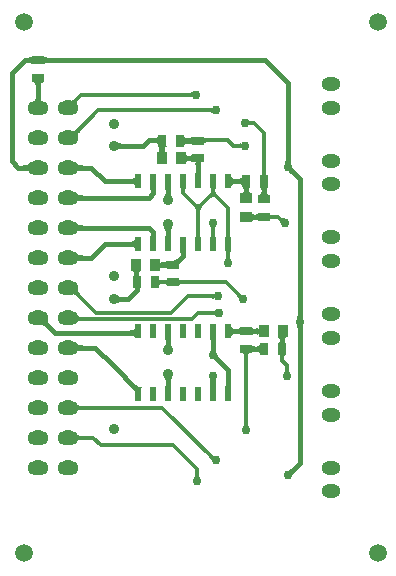
<source format=gbr>
G04*
G04 #@! TF.GenerationSoftware,Altium Limited,Altium Designer,24.10.1 (45)*
G04*
G04 Layer_Physical_Order=4*
G04 Layer_Color=16711680*
%FSLAX44Y44*%
%MOMM*%
G71*
G04*
G04 #@! TF.SameCoordinates,13406729-6A9E-4D45-95CC-4102649AE279*
G04*
G04*
G04 #@! TF.FilePolarity,Positive*
G04*
G01*
G75*
%ADD15R,0.7500X1.0000*%
%ADD17R,0.9500X1.0000*%
%ADD18R,1.0000X0.9500*%
%ADD19R,1.0000X0.7500*%
%ADD31C,0.3048*%
%ADD32C,0.4064*%
%ADD33C,0.4572*%
%ADD34O,1.6000X1.2000*%
%ADD35O,1.7780X1.2700*%
%ADD36C,1.5000*%
%ADD37C,0.7620*%
%ADD38C,0.9144*%
%ADD48R,0.5800X1.1800*%
G36*
X42315Y445947D02*
X42452Y445704D01*
X42681Y445488D01*
X43001Y445302D01*
X43412Y445144D01*
X43915Y445015D01*
X44510Y444915D01*
X45196Y444843D01*
X46842Y444786D01*
Y440214D01*
X45973Y440200D01*
X44510Y440085D01*
X43915Y439985D01*
X43412Y439856D01*
X43001Y439698D01*
X42681Y439512D01*
X42452Y439297D01*
X42315Y439053D01*
X42270Y438781D01*
Y446219D01*
X42315Y445947D01*
D02*
G37*
G36*
X32331Y438781D02*
X32285Y439053D01*
X32148Y439297D01*
X31919Y439512D01*
X31599Y439698D01*
X31188Y439856D01*
X30685Y439985D01*
X30090Y440085D01*
X29404Y440157D01*
X27759Y440214D01*
Y444786D01*
X28627Y444800D01*
X30090Y444915D01*
X30685Y445015D01*
X31188Y445144D01*
X31599Y445302D01*
X31919Y445488D01*
X32148Y445704D01*
X32285Y445947D01*
X32331Y446219D01*
Y438781D01*
D02*
G37*
G36*
X40978Y423770D02*
X40633Y423647D01*
X40328Y423442D01*
X40064Y423156D01*
X39840Y422787D01*
X39657Y422337D01*
X39515Y421805D01*
X39413Y421190D01*
X39352Y420494D01*
X39332Y419716D01*
X35268D01*
X35248Y420494D01*
X35187Y421190D01*
X35085Y421805D01*
X34943Y422337D01*
X34760Y422787D01*
X34536Y423156D01*
X34272Y423442D01*
X33967Y423647D01*
X33622Y423770D01*
X33236Y423811D01*
X41364D01*
X40978Y423770D01*
D02*
G37*
G36*
X168279Y410833D02*
X168047Y411050D01*
X167798Y411245D01*
X167533Y411416D01*
X167252Y411564D01*
X166955Y411690D01*
X166641Y411793D01*
X166311Y411873D01*
X165964Y411930D01*
X165601Y411965D01*
X165222Y411976D01*
Y415024D01*
X165601Y415035D01*
X165964Y415070D01*
X166311Y415127D01*
X166641Y415207D01*
X166955Y415310D01*
X167252Y415435D01*
X167533Y415584D01*
X167798Y415756D01*
X168047Y415950D01*
X168279Y416167D01*
Y410833D01*
D02*
G37*
G36*
X71674Y409219D02*
X71192Y408715D01*
X70471Y407823D01*
X70232Y407434D01*
X70074Y407083D01*
X69997Y406770D01*
X70001Y406496D01*
X70086Y406259D01*
X70252Y406061D01*
X70500Y405901D01*
X64739Y408720D01*
X65038Y408614D01*
X65361Y408576D01*
X65710Y408606D01*
X66084Y408704D01*
X66483Y408869D01*
X66908Y409103D01*
X67358Y409404D01*
X67833Y409773D01*
X68334Y410210D01*
X68860Y410715D01*
X71674Y409219D01*
D02*
G37*
G36*
X39352Y411997D02*
X39413Y411265D01*
X39514Y410620D01*
X39656Y410061D01*
X39838Y409588D01*
X40060Y409201D01*
X40323Y408900D01*
X40627Y408685D01*
X40971Y408555D01*
X41355Y408512D01*
X33245D01*
X33629Y408555D01*
X33973Y408685D01*
X34277Y408900D01*
X34540Y409201D01*
X34762Y409588D01*
X34944Y410061D01*
X35086Y410620D01*
X35187Y411265D01*
X35248Y411997D01*
X35268Y412814D01*
X39332D01*
X39352Y411997D01*
D02*
G37*
G36*
X185239Y397383D02*
X185007Y397600D01*
X184758Y397794D01*
X184493Y397966D01*
X184212Y398115D01*
X183915Y398240D01*
X183601Y398343D01*
X183271Y398423D01*
X182924Y398480D01*
X182561Y398515D01*
X182182Y398526D01*
Y401574D01*
X182561Y401585D01*
X182924Y401620D01*
X183271Y401677D01*
X183601Y401757D01*
X183915Y401860D01*
X184212Y401986D01*
X184493Y402134D01*
X184758Y402305D01*
X185007Y402500D01*
X185239Y402717D01*
Y397383D01*
D02*
G37*
G36*
X215043Y392200D02*
X215292Y392006D01*
X215557Y391834D01*
X215838Y391685D01*
X216135Y391560D01*
X216449Y391457D01*
X216779Y391377D01*
X217126Y391320D01*
X217489Y391285D01*
X217868Y391274D01*
Y388226D01*
X217489Y388215D01*
X217126Y388180D01*
X216779Y388123D01*
X216449Y388043D01*
X216135Y387940D01*
X215838Y387814D01*
X215557Y387666D01*
X215292Y387495D01*
X215043Y387300D01*
X214811Y387083D01*
Y392417D01*
X215043Y392200D01*
D02*
G37*
G36*
X72816Y382420D02*
X72332Y381915D01*
X71585Y380997D01*
X71321Y380584D01*
X71131Y380202D01*
X71014Y379850D01*
X70971Y379529D01*
X71001Y379239D01*
X71104Y378980D01*
X71281Y378751D01*
X66991Y383041D01*
X67220Y382864D01*
X67479Y382761D01*
X67769Y382731D01*
X68090Y382774D01*
X68442Y382891D01*
X68824Y383081D01*
X69237Y383345D01*
X69681Y383682D01*
X70155Y384092D01*
X70660Y384576D01*
X72816Y382420D01*
D02*
G37*
G36*
X177670Y377408D02*
X177762Y377149D01*
X177916Y376921D01*
X178132Y376723D01*
X178409Y376555D01*
X178747Y376418D01*
X179147Y376311D01*
X179609Y376235D01*
X180133Y376189D01*
X180718Y376174D01*
Y373126D01*
X180133Y373111D01*
X179609Y373065D01*
X179147Y372989D01*
X178747Y372882D01*
X178409Y372745D01*
X178132Y372577D01*
X177916Y372379D01*
X177762Y372151D01*
X177670Y371892D01*
X177639Y371602D01*
Y377698D01*
X177670Y377408D01*
D02*
G37*
G36*
X161090Y378178D02*
X161213Y377832D01*
X161418Y377528D01*
X161704Y377263D01*
X162073Y377040D01*
X162523Y376857D01*
X163055Y376715D01*
X163669Y376613D01*
X164366Y376552D01*
X164450Y376550D01*
X165739Y376684D01*
X166267Y376802D01*
X166714Y376954D01*
X167080Y377140D01*
X167365Y377359D01*
X167568Y377612D01*
X167690Y377899D01*
X167731Y378220D01*
Y370780D01*
X167690Y371101D01*
X167568Y371388D01*
X167365Y371641D01*
X167080Y371861D01*
X166714Y372046D01*
X166267Y372198D01*
X165739Y372316D01*
X165130Y372401D01*
X164454Y372450D01*
X164366Y372448D01*
X163669Y372387D01*
X163055Y372285D01*
X162523Y372143D01*
X162073Y371960D01*
X161704Y371736D01*
X161418Y371472D01*
X161213Y371167D01*
X161090Y370822D01*
X161049Y370436D01*
Y378564D01*
X161090Y378178D01*
D02*
G37*
G36*
X138671Y370586D02*
X138630Y370972D01*
X138507Y371317D01*
X138302Y371622D01*
X138016Y371886D01*
X137647Y372110D01*
X137197Y372293D01*
X136665Y372435D01*
X136051Y372537D01*
X135354Y372598D01*
X134577Y372618D01*
Y376682D01*
X135354Y376702D01*
X136051Y376763D01*
X136665Y376865D01*
X137197Y377007D01*
X137647Y377190D01*
X138016Y377413D01*
X138302Y377678D01*
X138507Y377982D01*
X138630Y378328D01*
X138671Y378714D01*
Y370586D01*
D02*
G37*
G36*
X209369Y367583D02*
X209137Y367800D01*
X208888Y367994D01*
X208623Y368166D01*
X208342Y368315D01*
X208045Y368440D01*
X207731Y368543D01*
X207401Y368623D01*
X207054Y368680D01*
X206691Y368715D01*
X206312Y368726D01*
Y371774D01*
X206691Y371785D01*
X207054Y371820D01*
X207401Y371877D01*
X207731Y371957D01*
X208045Y372060D01*
X208342Y372186D01*
X208623Y372334D01*
X208888Y372505D01*
X209137Y372700D01*
X209369Y372917D01*
Y367583D01*
D02*
G37*
G36*
X105097Y372978D02*
X105365Y372780D01*
X105658Y372604D01*
X105977Y372453D01*
X106321Y372324D01*
X106691Y372219D01*
X107087Y372137D01*
X107509Y372079D01*
X107956Y372044D01*
X108429Y372032D01*
Y367968D01*
X107956Y367956D01*
X107509Y367921D01*
X107087Y367863D01*
X106691Y367781D01*
X106321Y367676D01*
X105977Y367547D01*
X105658Y367396D01*
X105365Y367220D01*
X105097Y367022D01*
X104855Y366800D01*
Y373200D01*
X105097Y372978D01*
D02*
G37*
G36*
X145711Y369490D02*
X145382Y369368D01*
X145091Y369165D01*
X144839Y368880D01*
X144626Y368515D01*
X144452Y368068D01*
X144316Y367539D01*
X144233Y367013D01*
X144325Y366461D01*
X144467Y365933D01*
X144650Y365485D01*
X144874Y365120D01*
X145138Y364835D01*
X145442Y364632D01*
X145788Y364510D01*
X146174Y364469D01*
X138046D01*
X138432Y364510D01*
X138778Y364632D01*
X139082Y364835D01*
X139347Y365120D01*
X139570Y365485D01*
X139753Y365933D01*
X139895Y366461D01*
X139992Y367044D01*
X139949Y367539D01*
X139848Y368068D01*
X139719Y368515D01*
X139560Y368880D01*
X139374Y369165D01*
X139158Y369368D01*
X138914Y369490D01*
X138640Y369530D01*
X146080D01*
X145711Y369490D01*
D02*
G37*
G36*
X162590Y363178D02*
X162713Y362832D01*
X162918Y362528D01*
X163204Y362263D01*
X163573Y362040D01*
X164023Y361857D01*
X164555Y361715D01*
X165127Y361620D01*
X165739Y361684D01*
X166268Y361802D01*
X166714Y361954D01*
X167080Y362140D01*
X167365Y362359D01*
X167568Y362612D01*
X167690Y362899D01*
X167731Y363219D01*
Y355780D01*
X167690Y356101D01*
X167568Y356388D01*
X167365Y356641D01*
X167080Y356861D01*
X166714Y357046D01*
X166268Y357198D01*
X165739Y357316D01*
X165206Y357390D01*
X165170Y357387D01*
X164555Y357285D01*
X164023Y357143D01*
X163573Y356960D01*
X163204Y356736D01*
X162918Y356472D01*
X162713Y356167D01*
X162590Y355822D01*
X162549Y355436D01*
Y363564D01*
X162590Y363178D01*
D02*
G37*
G36*
X251210Y356695D02*
X251301Y355351D01*
X251343Y355108D01*
X251393Y354903D01*
X251450Y354735D01*
X251515Y354604D01*
X251587Y354511D01*
X246253D01*
X246325Y354604D01*
X246390Y354735D01*
X246447Y354903D01*
X246497Y355108D01*
X246539Y355351D01*
X246600Y355948D01*
X246630Y356695D01*
X246634Y357124D01*
X251206D01*
X251210Y356695D01*
D02*
G37*
G36*
X176378Y355770D02*
X176033Y355647D01*
X175728Y355443D01*
X175464Y355156D01*
X175240Y354787D01*
X175057Y354337D01*
X174915Y353805D01*
X174813Y353190D01*
X174752Y352494D01*
X174732Y351716D01*
X170668D01*
X170648Y352494D01*
X170587Y353190D01*
X170485Y353805D01*
X170343Y354337D01*
X170160Y354787D01*
X169937Y355156D01*
X169672Y355443D01*
X169368Y355647D01*
X169022Y355770D01*
X168636Y355811D01*
X176764D01*
X176378Y355770D01*
D02*
G37*
G36*
X70109Y355262D02*
X70266Y354920D01*
X70528Y354618D01*
X70894Y354357D01*
X71365Y354135D01*
X71941Y353954D01*
X72622Y353813D01*
X73407Y353713D01*
X74297Y353652D01*
X75292Y353632D01*
Y349568D01*
X74297Y349548D01*
X72622Y349387D01*
X71941Y349246D01*
X71365Y349065D01*
X70894Y348843D01*
X70528Y348582D01*
X70266Y348280D01*
X70109Y347938D01*
X70056Y347555D01*
Y355645D01*
X70109Y355262D01*
D02*
G37*
G36*
X30389Y347052D02*
X30328Y347481D01*
X30144Y347866D01*
X29839Y348205D01*
X29411Y348500D01*
X28861Y348748D01*
X28189Y348952D01*
X27394Y349110D01*
X26478Y349224D01*
X25439Y349291D01*
X24278Y349314D01*
Y353886D01*
X25439Y353909D01*
X27394Y354090D01*
X28189Y354248D01*
X28861Y354452D01*
X29411Y354701D01*
X29839Y354995D01*
X30144Y355334D01*
X30328Y355719D01*
X30389Y356148D01*
Y347052D01*
D02*
G37*
G36*
X252745Y351635D02*
X252791Y351497D01*
X252870Y351337D01*
X252980Y351157D01*
X253122Y350956D01*
X253501Y350490D01*
X254007Y349941D01*
X254308Y349635D01*
X251075Y346402D01*
X250769Y346703D01*
X249754Y347588D01*
X249553Y347730D01*
X249373Y347840D01*
X249214Y347919D01*
X249075Y347965D01*
X248958Y347980D01*
X252730Y351752D01*
X252745Y351635D01*
D02*
G37*
G36*
X174740Y349261D02*
X174866Y347433D01*
X174941Y346986D01*
X175033Y346620D01*
X175142Y346335D01*
X175268Y346132D01*
X175410Y346010D01*
X175569Y345970D01*
X169830D01*
X169990Y346010D01*
X170132Y346132D01*
X170258Y346335D01*
X170366Y346620D01*
X170459Y346986D01*
X170534Y347433D01*
X170593Y347961D01*
X170660Y349261D01*
X170668Y350033D01*
X174732D01*
X174740Y349261D01*
D02*
G37*
G36*
X230019Y347538D02*
X230065Y347020D01*
X230141Y346563D01*
X230248Y346167D01*
X230385Y345831D01*
X230553Y345557D01*
X230751Y345344D01*
X230979Y345191D01*
X231238Y345100D01*
X231528Y345070D01*
X225432D01*
X225722Y345100D01*
X225981Y345191D01*
X226209Y345344D01*
X226407Y345557D01*
X226575Y345831D01*
X226712Y346167D01*
X226819Y346563D01*
X226895Y347020D01*
X226941Y347538D01*
X226956Y348117D01*
X230004D01*
X230019Y347538D01*
D02*
G37*
G36*
X209791Y336036D02*
X209750Y336422D01*
X209627Y336768D01*
X209422Y337072D01*
X209136Y337337D01*
X208767Y337560D01*
X208317Y337743D01*
X207785Y337885D01*
X207171Y337987D01*
X206474Y338048D01*
X205697Y338068D01*
Y342132D01*
X206474Y342152D01*
X207171Y342213D01*
X207785Y342315D01*
X208317Y342457D01*
X208767Y342640D01*
X209136Y342864D01*
X209422Y343128D01*
X209627Y343433D01*
X209750Y343778D01*
X209791Y344164D01*
Y336036D01*
D02*
G37*
G36*
X200980Y343778D02*
X201103Y343433D01*
X201308Y343128D01*
X201594Y342864D01*
X201963Y342640D01*
X202413Y342457D01*
X202945Y342315D01*
X203559Y342213D01*
X204256Y342152D01*
X205033Y342132D01*
Y338068D01*
X204256Y338048D01*
X203559Y337987D01*
X202945Y337885D01*
X202413Y337743D01*
X201963Y337560D01*
X201594Y337337D01*
X201308Y337072D01*
X201103Y336768D01*
X200980Y336422D01*
X200939Y336036D01*
Y344164D01*
X200980Y343778D01*
D02*
G37*
G36*
X119031Y336036D02*
X118990Y336422D01*
X118868Y336768D01*
X118665Y337072D01*
X118380Y337337D01*
X118014Y337560D01*
X117567Y337743D01*
X117039Y337885D01*
X116430Y337987D01*
X115739Y338048D01*
X114966Y338068D01*
Y342132D01*
X115739Y342152D01*
X116430Y342213D01*
X117039Y342315D01*
X117567Y342457D01*
X118014Y342640D01*
X118380Y342864D01*
X118665Y343128D01*
X118868Y343433D01*
X118990Y343778D01*
X119031Y344164D01*
Y336036D01*
D02*
G37*
G36*
X162614Y334200D02*
X162385Y334109D01*
X162183Y333956D01*
X162008Y333743D01*
X161860Y333469D01*
X161739Y333133D01*
X161645Y332737D01*
X161578Y332280D01*
X161537Y331762D01*
X161524Y331183D01*
X158476D01*
X158463Y331762D01*
X158422Y332280D01*
X158355Y332737D01*
X158261Y333133D01*
X158140Y333469D01*
X157992Y333743D01*
X157817Y333956D01*
X157615Y334109D01*
X157386Y334200D01*
X157130Y334230D01*
X162869D01*
X162614Y334200D01*
D02*
G37*
G36*
X216879Y335090D02*
X216592Y334968D01*
X216339Y334765D01*
X216119Y334480D01*
X215934Y334114D01*
X215782Y333667D01*
X215664Y333139D01*
X215607Y332727D01*
X215695Y332195D01*
X215837Y331663D01*
X216020Y331213D01*
X216243Y330844D01*
X216508Y330558D01*
X216812Y330353D01*
X217158Y330230D01*
X217544Y330189D01*
X209416D01*
X209802Y330230D01*
X210147Y330353D01*
X210452Y330558D01*
X210716Y330844D01*
X210940Y331213D01*
X211123Y331663D01*
X211265Y332195D01*
X211344Y332674D01*
X211296Y333139D01*
X211178Y333667D01*
X211026Y334114D01*
X210840Y334480D01*
X210621Y334765D01*
X210368Y334968D01*
X210081Y335090D01*
X209760Y335131D01*
X217199D01*
X216879Y335090D01*
D02*
G37*
G36*
X137310Y334190D02*
X137168Y334068D01*
X137042Y333865D01*
X136933Y333580D01*
X136841Y333214D01*
X136766Y332767D01*
X136707Y332239D01*
X136640Y330939D01*
X136632Y330167D01*
X132568D01*
X132560Y330939D01*
X132434Y332767D01*
X132359Y333214D01*
X132267Y333580D01*
X132158Y333865D01*
X132032Y334068D01*
X131890Y334190D01*
X131730Y334230D01*
X137470D01*
X137310Y334190D01*
D02*
G37*
G36*
X231879Y335090D02*
X231592Y334968D01*
X231339Y334765D01*
X231119Y334480D01*
X230934Y334114D01*
X230782Y333667D01*
X230664Y333139D01*
X230579Y332529D01*
X230537Y331951D01*
X230593Y331310D01*
X230695Y330695D01*
X230837Y330163D01*
X231020Y329713D01*
X231243Y329344D01*
X231508Y329058D01*
X231812Y328853D01*
X232158Y328730D01*
X232544Y328689D01*
X224416D01*
X224802Y328730D01*
X225147Y328853D01*
X225452Y329058D01*
X225716Y329344D01*
X225940Y329713D01*
X226123Y330163D01*
X226265Y330695D01*
X226367Y331310D01*
X226421Y331933D01*
X226296Y333139D01*
X226178Y333667D01*
X226026Y334114D01*
X225840Y334480D01*
X225621Y334765D01*
X225368Y334968D01*
X225081Y335090D01*
X224760Y335131D01*
X232199D01*
X231879Y335090D01*
D02*
G37*
G36*
X150010Y334190D02*
X149868Y334068D01*
X149742Y333865D01*
X149634Y333580D01*
X149541Y333214D01*
X149466Y332767D01*
X149407Y332239D01*
X149340Y330939D01*
X149336Y330526D01*
X149344Y330211D01*
X149379Y329764D01*
X149437Y329342D01*
X149519Y328946D01*
X149625Y328577D01*
X149754Y328232D01*
X149906Y327914D01*
X150082Y327621D01*
X150281Y327354D01*
X150503Y327112D01*
X144102Y327098D01*
X144324Y327340D01*
X144522Y327608D01*
X144697Y327902D01*
X144848Y328221D01*
X144977Y328566D01*
X145082Y328936D01*
X145163Y329332D01*
X145221Y329754D01*
X145256Y330201D01*
X145264Y330519D01*
X145260Y330939D01*
X145134Y332767D01*
X145059Y333214D01*
X144966Y333580D01*
X144858Y333865D01*
X144732Y334068D01*
X144590Y334190D01*
X144431Y334230D01*
X150169D01*
X150010Y334190D01*
D02*
G37*
G36*
X188014Y334200D02*
X187785Y334109D01*
X187583Y333956D01*
X187408Y333743D01*
X187260Y333469D01*
X187139Y333133D01*
X187045Y332737D01*
X187028Y332622D01*
X187118Y332151D01*
X187269Y331604D01*
X187463Y331074D01*
X187700Y330563D01*
X187980Y330070D01*
X188303Y329594D01*
X188670Y329136D01*
X189079Y328696D01*
X187555Y325910D01*
X187124Y326297D01*
X186693Y326599D01*
X186262Y326815D01*
X185831Y326944D01*
X185400Y326987D01*
X184969Y326944D01*
X184538Y326815D01*
X184107Y326599D01*
X183676Y326297D01*
X183245Y325910D01*
X181721Y328696D01*
X182130Y329136D01*
X182497Y329594D01*
X182820Y330070D01*
X183100Y330563D01*
X183337Y331074D01*
X183531Y331604D01*
X183682Y332151D01*
X183772Y332622D01*
X183755Y332737D01*
X183661Y333133D01*
X183540Y333469D01*
X183392Y333743D01*
X183217Y333956D01*
X183015Y334109D01*
X182786Y334200D01*
X182530Y334230D01*
X188270D01*
X188014Y334200D01*
D02*
G37*
G36*
X70109Y329862D02*
X70266Y329520D01*
X70528Y329218D01*
X70894Y328957D01*
X71365Y328735D01*
X71941Y328554D01*
X72622Y328413D01*
X73407Y328312D01*
X74297Y328252D01*
X75292Y328232D01*
Y324168D01*
X74297Y324148D01*
X72622Y323987D01*
X71941Y323846D01*
X71365Y323665D01*
X70894Y323443D01*
X70528Y323182D01*
X70266Y322880D01*
X70109Y322538D01*
X70056Y322155D01*
Y330245D01*
X70109Y329862D01*
D02*
G37*
G36*
X176379Y319044D02*
X175970Y318604D01*
X175603Y318146D01*
X175280Y317670D01*
X175000Y317177D01*
X174763Y316666D01*
X174569Y316136D01*
X174418Y315589D01*
X174310Y315024D01*
X174245Y314442D01*
X174224Y313841D01*
X171176D01*
X171154Y314442D01*
X171090Y315024D01*
X170982Y315589D01*
X170831Y316136D01*
X170637Y316666D01*
X170400Y317177D01*
X170120Y317670D01*
X169797Y318146D01*
X169430Y318604D01*
X169021Y319044D01*
X170545Y321831D01*
X170976Y321443D01*
X171407Y321141D01*
X171838Y320925D01*
X172269Y320796D01*
X172700Y320753D01*
X173131Y320796D01*
X173562Y320925D01*
X173993Y321141D01*
X174424Y321443D01*
X174855Y321831D01*
X176379Y319044D01*
D02*
G37*
G36*
X233480Y312758D02*
X233571Y312499D01*
X233724Y312271D01*
X233937Y312073D01*
X234212Y311905D01*
X234547Y311768D01*
X234943Y311661D01*
X235400Y311585D01*
X235918Y311539D01*
X236497Y311524D01*
Y308476D01*
X235918Y308461D01*
X235400Y308415D01*
X234943Y308339D01*
X234547Y308232D01*
X234212Y308095D01*
X233937Y307927D01*
X233724Y307729D01*
X233571Y307501D01*
X233480Y307241D01*
X233449Y306952D01*
Y313048D01*
X233480Y312758D01*
D02*
G37*
G36*
X218460Y313428D02*
X218583Y313083D01*
X218787Y312778D01*
X219074Y312514D01*
X219443Y312290D01*
X219893Y312107D01*
X220425Y311965D01*
X220987Y311872D01*
X221519Y311956D01*
X222048Y312092D01*
X222495Y312266D01*
X222860Y312479D01*
X223145Y312731D01*
X223348Y313022D01*
X223470Y313351D01*
X223510Y313720D01*
Y306280D01*
X223470Y306554D01*
X223348Y306798D01*
X223145Y307014D01*
X222860Y307201D01*
X222495Y307359D01*
X222048Y307488D01*
X221519Y307589D01*
X221081Y307640D01*
X221040Y307637D01*
X220425Y307535D01*
X219893Y307393D01*
X219443Y307210D01*
X219074Y306987D01*
X218787Y306722D01*
X218583Y306418D01*
X218460Y306072D01*
X218419Y305686D01*
Y313814D01*
X218460Y313428D01*
D02*
G37*
G36*
X243255Y309520D02*
X243538Y309291D01*
X243824Y309093D01*
X244114Y308926D01*
X244408Y308790D01*
X244705Y308686D01*
X245007Y308614D01*
X245312Y308572D01*
X245621Y308562D01*
X245934Y308584D01*
X242588Y304430D01*
X242545Y304744D01*
X242478Y305054D01*
X242387Y305360D01*
X242272Y305661D01*
X242132Y305958D01*
X241969Y306250D01*
X241782Y306537D01*
X241570Y306820D01*
X241335Y307098D01*
X241075Y307372D01*
X242977Y309781D01*
X243255Y309520D01*
D02*
G37*
G36*
X187870Y301727D02*
X187675Y301478D01*
X187504Y301213D01*
X187355Y300932D01*
X187230Y300635D01*
X187127Y300321D01*
X187047Y299991D01*
X186990Y299644D01*
X186955Y299281D01*
X186944Y298902D01*
X183896D01*
X183885Y299281D01*
X183850Y299644D01*
X183793Y299991D01*
X183713Y300321D01*
X183610Y300635D01*
X183484Y300932D01*
X183336Y301213D01*
X183165Y301478D01*
X182970Y301727D01*
X182753Y301959D01*
X188087D01*
X187870Y301727D01*
D02*
G37*
G36*
X70109Y304462D02*
X70266Y304120D01*
X70528Y303818D01*
X70894Y303557D01*
X71365Y303335D01*
X71941Y303154D01*
X72622Y303013D01*
X73407Y302913D01*
X74297Y302852D01*
X75292Y302832D01*
Y298768D01*
X74297Y298748D01*
X72622Y298587D01*
X71941Y298446D01*
X71365Y298265D01*
X70894Y298043D01*
X70528Y297782D01*
X70266Y297480D01*
X70109Y297138D01*
X70057Y296755D01*
Y304845D01*
X70109Y304462D01*
D02*
G37*
G36*
X199638Y295238D02*
X199678Y294720D01*
X199745Y294263D01*
X199839Y293867D01*
X199960Y293531D01*
X200108Y293257D01*
X200283Y293044D01*
X200485Y292891D01*
X200714Y292800D01*
X200970Y292770D01*
X195231D01*
X195486Y292800D01*
X195715Y292891D01*
X195917Y293044D01*
X196092Y293257D01*
X196240Y293531D01*
X196361Y293867D01*
X196455Y294263D01*
X196522Y294720D01*
X196562Y295238D01*
X196576Y295818D01*
X199624D01*
X199638Y295238D01*
D02*
G37*
G36*
X186957D02*
X186997Y294720D01*
X187063Y294263D01*
X187156Y293867D01*
X187275Y293531D01*
X187421Y293257D01*
X187593Y293044D01*
X187792Y292891D01*
X188018Y292800D01*
X188270Y292770D01*
X182530D01*
X182790Y292800D01*
X183022Y292891D01*
X183227Y293044D01*
X183404Y293257D01*
X183555Y293531D01*
X183678Y293867D01*
X183773Y294263D01*
X183841Y294720D01*
X183882Y295238D01*
X183896Y295818D01*
X186944D01*
X186957Y295238D01*
D02*
G37*
G36*
X174237D02*
X174278Y294720D01*
X174345Y294263D01*
X174439Y293867D01*
X174560Y293531D01*
X174708Y293257D01*
X174883Y293044D01*
X175085Y292891D01*
X175314Y292800D01*
X175569Y292770D01*
X169830D01*
X170086Y292800D01*
X170315Y292891D01*
X170517Y293044D01*
X170692Y293257D01*
X170840Y293531D01*
X170961Y293867D01*
X171055Y294263D01*
X171122Y294720D01*
X171162Y295238D01*
X171176Y295818D01*
X174224D01*
X174237Y295238D01*
D02*
G37*
G36*
X150276Y299990D02*
X150078Y299722D01*
X149903Y299428D01*
X149752Y299109D01*
X149623Y298764D01*
X149518Y298394D01*
X149437Y297998D01*
X149379Y297576D01*
X149344Y297129D01*
X149333Y296710D01*
X149340Y296061D01*
X149466Y294233D01*
X149541Y293785D01*
X149634Y293420D01*
X149742Y293135D01*
X149868Y292932D01*
X150010Y292810D01*
X150169Y292770D01*
X144431D01*
X144590Y292810D01*
X144732Y292932D01*
X144858Y293135D01*
X144966Y293420D01*
X145059Y293785D01*
X145134Y294233D01*
X145193Y294761D01*
X145260Y296061D01*
X145267Y296703D01*
X145256Y297119D01*
X145221Y297566D01*
X145163Y297988D01*
X145081Y298383D01*
X144975Y298754D01*
X144846Y299098D01*
X144694Y299416D01*
X144518Y299709D01*
X144319Y299976D01*
X144097Y300218D01*
X150498Y300232D01*
X150276Y299990D01*
D02*
G37*
G36*
X136640Y296061D02*
X136766Y294233D01*
X136841Y293785D01*
X136933Y293420D01*
X137042Y293135D01*
X137168Y292932D01*
X137310Y292810D01*
X137470Y292770D01*
X131730D01*
X131890Y292810D01*
X132032Y292932D01*
X132158Y293135D01*
X132267Y293420D01*
X132359Y293785D01*
X132434Y294233D01*
X132493Y294761D01*
X132560Y296061D01*
X132568Y296833D01*
X136632D01*
X136640Y296061D01*
D02*
G37*
G36*
X119031Y282836D02*
X118990Y283222D01*
X118868Y283568D01*
X118665Y283872D01*
X118380Y284137D01*
X118014Y284360D01*
X117567Y284543D01*
X117039Y284685D01*
X116430Y284787D01*
X115739Y284848D01*
X114966Y284868D01*
Y288932D01*
X115739Y288952D01*
X116430Y289013D01*
X117039Y289115D01*
X117567Y289257D01*
X118014Y289440D01*
X118380Y289664D01*
X118665Y289928D01*
X118868Y290233D01*
X118990Y290578D01*
X119031Y290964D01*
Y282836D01*
D02*
G37*
G36*
X200716Y281000D02*
X200489Y280909D01*
X200288Y280756D01*
X200115Y280543D01*
X199968Y280268D01*
X199848Y279933D01*
X199754Y279537D01*
X199687Y279080D01*
X199647Y278562D01*
X199634Y277983D01*
X196586D01*
X196572Y278562D01*
X196532Y279080D01*
X196464Y279537D01*
X196369Y279933D01*
X196247Y280268D01*
X196098Y280543D01*
X195922Y280756D01*
X195718Y280909D01*
X195488Y281000D01*
X195231Y281031D01*
X200970D01*
X200716Y281000D01*
D02*
G37*
G36*
X162710Y280991D02*
X162568Y280874D01*
X162442Y280679D01*
X162334Y280405D01*
X162241Y280053D01*
X162166Y279623D01*
X162107Y279114D01*
X162040Y277863D01*
X162032Y277120D01*
X157968D01*
X157960Y277863D01*
X157834Y279623D01*
X157759Y280053D01*
X157667Y280405D01*
X157558Y280679D01*
X157432Y280874D01*
X157290Y280991D01*
X157130Y281031D01*
X162869D01*
X162710Y280991D01*
D02*
G37*
G36*
X199634Y276283D02*
X199645Y275904D01*
X199680Y275542D01*
X199737Y275195D01*
X199816Y274865D01*
X199919Y274550D01*
X200044Y274253D01*
X200193Y273971D01*
X200364Y273706D01*
X200557Y273457D01*
X200774Y273224D01*
X195440Y273238D01*
X195658Y273470D01*
X195853Y273718D01*
X196024Y273982D01*
X196173Y274263D01*
X196299Y274560D01*
X196403Y274874D01*
X196483Y275204D01*
X196540Y275550D01*
X196574Y275913D01*
X196586Y276292D01*
X199634Y276283D01*
D02*
G37*
G36*
X158973Y273220D02*
X158169Y272386D01*
X156904Y270892D01*
X156444Y270231D01*
X156100Y269627D01*
X155870Y269081D01*
X155755Y268593D01*
Y268162D01*
X155870Y267788D01*
X156100Y267472D01*
X150352Y273220D01*
X150668Y272990D01*
X151042Y272875D01*
X151473D01*
X151961Y272990D01*
X152507Y273220D01*
X153111Y273564D01*
X153772Y274024D01*
X154490Y274599D01*
X156100Y276093D01*
X158973Y273220D01*
D02*
G37*
G36*
X70109Y279062D02*
X70266Y278720D01*
X70528Y278418D01*
X70894Y278157D01*
X71365Y277935D01*
X71941Y277754D01*
X72622Y277613D01*
X73407Y277512D01*
X74297Y277452D01*
X75292Y277432D01*
Y273368D01*
X74297Y273348D01*
X72622Y273187D01*
X71941Y273046D01*
X71365Y272865D01*
X70894Y272643D01*
X70528Y272382D01*
X70266Y272080D01*
X70109Y271738D01*
X70057Y271355D01*
Y279445D01*
X70109Y279062D01*
D02*
G37*
G36*
X141000Y273178D02*
X141123Y272833D01*
X141327Y272528D01*
X141614Y272264D01*
X141983Y272040D01*
X142433Y271857D01*
X142965Y271715D01*
X143545Y271619D01*
X144169Y271684D01*
X144698Y271802D01*
X145145Y271954D01*
X145510Y272139D01*
X145795Y272359D01*
X145998Y272612D01*
X146120Y272899D01*
X146160Y273220D01*
Y265781D01*
X146120Y266101D01*
X145998Y266388D01*
X145795Y266641D01*
X145510Y266861D01*
X145145Y267046D01*
X144698Y267198D01*
X144169Y267316D01*
X143628Y267391D01*
X143580Y267387D01*
X142965Y267285D01*
X142433Y267143D01*
X141983Y266960D01*
X141614Y266737D01*
X141327Y266472D01*
X141123Y266168D01*
X141000Y265822D01*
X140959Y265436D01*
Y273564D01*
X141000Y273178D01*
D02*
G37*
G36*
X124198Y264520D02*
X123853Y264397D01*
X123548Y264193D01*
X123284Y263906D01*
X123060Y263537D01*
X122877Y263087D01*
X122735Y262555D01*
X122642Y261992D01*
X122726Y261461D01*
X122862Y260933D01*
X123036Y260485D01*
X123250Y260120D01*
X123501Y259835D01*
X123792Y259632D01*
X124121Y259510D01*
X124489Y259470D01*
X117051D01*
X117324Y259510D01*
X117568Y259632D01*
X117784Y259835D01*
X117971Y260120D01*
X118129Y260485D01*
X118258Y260933D01*
X118359Y261461D01*
X118410Y261899D01*
X118407Y261940D01*
X118305Y262555D01*
X118163Y263087D01*
X117980Y263537D01*
X117757Y263906D01*
X117492Y264193D01*
X117188Y264397D01*
X116842Y264520D01*
X116456Y264561D01*
X124584D01*
X124198Y264520D01*
D02*
G37*
G36*
X156130Y257258D02*
X156221Y256999D01*
X156374Y256771D01*
X156587Y256573D01*
X156861Y256405D01*
X157197Y256268D01*
X157593Y256161D01*
X158050Y256085D01*
X158568Y256039D01*
X159148Y256024D01*
Y252976D01*
X158568Y252961D01*
X158050Y252915D01*
X157593Y252839D01*
X157197Y252732D01*
X156861Y252595D01*
X156587Y252427D01*
X156374Y252229D01*
X156221Y252001D01*
X156130Y251742D01*
X156100Y251452D01*
Y257548D01*
X156130Y257258D01*
D02*
G37*
G36*
X146191Y251452D02*
X146160Y251742D01*
X146068Y252001D01*
X145914Y252229D01*
X145698Y252427D01*
X145421Y252595D01*
X145083Y252732D01*
X144683Y252839D01*
X144221Y252915D01*
X143697Y252961D01*
X143112Y252976D01*
Y256024D01*
X143697Y256039D01*
X144221Y256085D01*
X144683Y256161D01*
X145083Y256268D01*
X145421Y256405D01*
X145698Y256573D01*
X145914Y256771D01*
X146068Y256999D01*
X146160Y257258D01*
X146191Y257548D01*
Y251452D01*
D02*
G37*
G36*
X139490Y257258D02*
X139582Y256999D01*
X139736Y256771D01*
X139952Y256573D01*
X140229Y256405D01*
X140567Y256268D01*
X140968Y256161D01*
X141429Y256085D01*
X141953Y256039D01*
X142537Y256024D01*
Y252976D01*
X141953Y252961D01*
X141429Y252915D01*
X140968Y252839D01*
X140567Y252732D01*
X140229Y252595D01*
X139952Y252427D01*
X139736Y252229D01*
X139582Y252001D01*
X139490Y251742D01*
X139459Y251452D01*
Y257548D01*
X139490Y257258D01*
D02*
G37*
G36*
X71104Y248020D02*
X71001Y247761D01*
X70971Y247471D01*
X71014Y247150D01*
X71131Y246798D01*
X71321Y246416D01*
X71585Y246003D01*
X71922Y245559D01*
X72332Y245085D01*
X72816Y244580D01*
X70660Y242424D01*
X70155Y242908D01*
X69237Y243655D01*
X68824Y243919D01*
X68442Y244109D01*
X68090Y244226D01*
X67769Y244269D01*
X67479Y244239D01*
X67220Y244136D01*
X66991Y243959D01*
X71281Y248249D01*
X71104Y248020D01*
D02*
G37*
G36*
X208088Y244933D02*
X208369Y244701D01*
X208654Y244496D01*
X208944Y244319D01*
X209239Y244170D01*
X209538Y244049D01*
X209842Y243955D01*
X210151Y243889D01*
X210464Y243850D01*
X210782Y243840D01*
X207010Y240068D01*
X206999Y240386D01*
X206961Y240699D01*
X206895Y241008D01*
X206801Y241311D01*
X206680Y241611D01*
X206531Y241905D01*
X206354Y242196D01*
X206149Y242481D01*
X205917Y242762D01*
X205657Y243038D01*
X207812Y245193D01*
X208088Y244933D01*
D02*
G37*
G36*
X186509Y239903D02*
X186277Y240120D01*
X186028Y240315D01*
X185763Y240486D01*
X185482Y240634D01*
X185185Y240760D01*
X184871Y240863D01*
X184541Y240943D01*
X184194Y241000D01*
X183831Y241035D01*
X183452Y241046D01*
Y244094D01*
X183831Y244105D01*
X184194Y244140D01*
X184541Y244197D01*
X184871Y244277D01*
X185185Y244380D01*
X185482Y244506D01*
X185763Y244654D01*
X186028Y244825D01*
X186277Y245020D01*
X186509Y245237D01*
Y239903D01*
D02*
G37*
G36*
X105187Y243010D02*
X105449Y242804D01*
X105738Y242623D01*
X106053Y242467D01*
X106394Y242334D01*
X106761Y242225D01*
X107155Y242141D01*
X107576Y242080D01*
X108022Y242044D01*
X108495Y242032D01*
X108356Y237968D01*
X107884Y237957D01*
X107013Y237867D01*
X106615Y237788D01*
X106243Y237686D01*
X105895Y237562D01*
X105573Y237416D01*
X105275Y237247D01*
X105003Y237055D01*
X104755Y236841D01*
X104951Y243239D01*
X105187Y243010D01*
D02*
G37*
G36*
X187779Y225933D02*
X187547Y226150D01*
X187298Y226345D01*
X187033Y226516D01*
X186752Y226665D01*
X186455Y226790D01*
X186141Y226893D01*
X185811Y226973D01*
X185464Y227030D01*
X185101Y227065D01*
X184722Y227076D01*
Y230124D01*
X185101Y230135D01*
X185464Y230170D01*
X185811Y230227D01*
X186141Y230307D01*
X186455Y230410D01*
X186752Y230536D01*
X187033Y230684D01*
X187298Y230856D01*
X187547Y231050D01*
X187779Y231267D01*
Y225933D01*
D02*
G37*
G36*
X71133Y226525D02*
X71204Y226268D01*
X71352Y226040D01*
X71578Y225844D01*
X71882Y225677D01*
X72264Y225540D01*
X72723Y225434D01*
X73261Y225359D01*
X73876Y225313D01*
X74569Y225298D01*
X74179Y222250D01*
X73467Y222235D01*
X72253Y222115D01*
X71751Y222009D01*
X71319Y221874D01*
X70957Y221708D01*
X70666Y221513D01*
X70445Y221287D01*
X70293Y221031D01*
X70212Y220745D01*
X71141Y226813D01*
X71133Y226525D01*
D02*
G37*
G36*
X45700Y222889D02*
X45532Y222572D01*
X45471Y222205D01*
X45516Y221789D01*
X45668Y221324D01*
X45926Y220809D01*
X46291Y220244D01*
X46762Y219630D01*
X47340Y218967D01*
X48024Y218255D01*
X44781Y215750D01*
X44054Y216449D01*
X42726Y217549D01*
X42125Y217951D01*
X41567Y218253D01*
X41050Y218457D01*
X40576Y218561D01*
X40144Y218567D01*
X39755Y218473D01*
X39407Y218280D01*
X45974Y223157D01*
X45700Y222889D01*
D02*
G37*
G36*
X261370Y225885D02*
X261461Y224541D01*
X261503Y224298D01*
X261553Y224093D01*
X261610Y223925D01*
X261675Y223794D01*
X261747Y223701D01*
X259080Y220980D01*
X261747Y218259D01*
X261675Y218166D01*
X261610Y218035D01*
X261553Y217867D01*
X261503Y217662D01*
X261461Y217419D01*
X261370Y216075D01*
X261366Y215646D01*
X256794D01*
X256790Y216075D01*
X256760Y216822D01*
X256699Y217419D01*
X256657Y217662D01*
X256607Y217867D01*
X256550Y218035D01*
X256485Y218166D01*
X256413Y218259D01*
X259080Y220980D01*
X256413Y223701D01*
X256485Y223794D01*
X256550Y223925D01*
X256607Y224093D01*
X256657Y224298D01*
X256699Y224541D01*
X256760Y225138D01*
X256790Y225885D01*
X256794Y226314D01*
X261366D01*
X261370Y225885D01*
D02*
G37*
G36*
X223531Y209036D02*
X223490Y209422D01*
X223367Y209767D01*
X223162Y210072D01*
X222876Y210336D01*
X222507Y210560D01*
X222057Y210743D01*
X221525Y210885D01*
X220945Y210981D01*
X220321Y210916D01*
X219792Y210798D01*
X219345Y210646D01*
X218980Y210460D01*
X218695Y210241D01*
X218492Y209988D01*
X218370Y209701D01*
X218330Y209380D01*
Y216819D01*
X218370Y216499D01*
X218492Y216212D01*
X218695Y215959D01*
X218980Y215739D01*
X219345Y215554D01*
X219792Y215402D01*
X220321Y215284D01*
X220862Y215209D01*
X220910Y215213D01*
X221525Y215315D01*
X222057Y215457D01*
X222507Y215640D01*
X222876Y215863D01*
X223162Y216128D01*
X223367Y216432D01*
X223490Y216778D01*
X223531Y217164D01*
Y209036D01*
D02*
G37*
G36*
X200980Y216778D02*
X201103Y216432D01*
X201308Y216128D01*
X201594Y215863D01*
X201963Y215640D01*
X202413Y215457D01*
X202945Y215315D01*
X203559Y215213D01*
X204256Y215152D01*
X204711Y215140D01*
X205099Y215149D01*
X206399Y215284D01*
X206927Y215402D01*
X207374Y215554D01*
X207740Y215739D01*
X208025Y215959D01*
X208228Y216212D01*
X208350Y216499D01*
X208391Y216819D01*
Y209380D01*
X208350Y209701D01*
X208228Y209988D01*
X208025Y210241D01*
X207740Y210460D01*
X207374Y210646D01*
X206927Y210798D01*
X206399Y210916D01*
X205790Y211000D01*
X205099Y211051D01*
X204711Y211060D01*
X204256Y211048D01*
X203559Y210987D01*
X202945Y210885D01*
X202413Y210743D01*
X201963Y210560D01*
X201594Y210336D01*
X201308Y210072D01*
X201103Y209767D01*
X200980Y209422D01*
X200939Y209036D01*
Y217164D01*
X200980Y216778D01*
D02*
G37*
G36*
X119031Y207818D02*
X118990Y208204D01*
X118868Y208549D01*
X118665Y208854D01*
X118380Y209118D01*
X118014Y209342D01*
X117568Y209525D01*
X117039Y209667D01*
X116430Y209768D01*
X115739Y209829D01*
X114966Y209850D01*
Y213914D01*
X115739Y213934D01*
X116430Y213995D01*
X117039Y214097D01*
X117568Y214239D01*
X118014Y214422D01*
X118380Y214645D01*
X118665Y214909D01*
X118868Y215214D01*
X118990Y215560D01*
X119031Y215946D01*
Y207818D01*
D02*
G37*
G36*
X188110Y207190D02*
X187968Y207068D01*
X187842Y206865D01*
X187733Y206580D01*
X187641Y206215D01*
X187566Y205767D01*
X187507Y205239D01*
X187440Y203939D01*
X187432Y203167D01*
X183368D01*
X183360Y203939D01*
X183234Y205767D01*
X183159Y206215D01*
X183067Y206580D01*
X182958Y206865D01*
X182832Y207068D01*
X182690Y207190D01*
X182530Y207230D01*
X188270D01*
X188110Y207190D01*
D02*
G37*
G36*
X247648Y208090D02*
X247302Y207968D01*
X246998Y207765D01*
X246733Y207480D01*
X246510Y207115D01*
X246327Y206667D01*
X246185Y206139D01*
X246088Y205556D01*
X246131Y205061D01*
X246232Y204533D01*
X246361Y204086D01*
X246520Y203720D01*
X246706Y203435D01*
X246922Y203232D01*
X247166Y203110D01*
X247440Y203069D01*
X240000D01*
X240369Y203110D01*
X240698Y203232D01*
X240989Y203435D01*
X241241Y203720D01*
X241454Y204086D01*
X241628Y204533D01*
X241764Y205061D01*
X241847Y205587D01*
X241755Y206139D01*
X241613Y206667D01*
X241430Y207115D01*
X241206Y207480D01*
X240942Y207765D01*
X240637Y207968D01*
X240292Y208090D01*
X239906Y208130D01*
X248034D01*
X247648Y208090D01*
D02*
G37*
G36*
X225031Y194036D02*
X224990Y194422D01*
X224867Y194767D01*
X224662Y195072D01*
X224376Y195336D01*
X224007Y195560D01*
X223557Y195743D01*
X223025Y195885D01*
X222411Y195987D01*
X221714Y196048D01*
X221614Y196050D01*
X220321Y195916D01*
X219792Y195798D01*
X219345Y195646D01*
X218980Y195460D01*
X218695Y195241D01*
X218492Y194988D01*
X218370Y194701D01*
X218330Y194380D01*
Y201819D01*
X218370Y201499D01*
X218492Y201212D01*
X218695Y200959D01*
X218980Y200739D01*
X219345Y200554D01*
X219792Y200402D01*
X220321Y200284D01*
X220931Y200200D01*
X221611Y200150D01*
X221714Y200152D01*
X222411Y200213D01*
X223025Y200315D01*
X223557Y200457D01*
X224007Y200640D01*
X224376Y200863D01*
X224662Y201128D01*
X224867Y201432D01*
X224990Y201778D01*
X225031Y202164D01*
Y194036D01*
D02*
G37*
G36*
X150012Y207190D02*
X149872Y207068D01*
X149747Y206865D01*
X149640Y206580D01*
X149549Y206215D01*
X149474Y205767D01*
X149417Y205239D01*
X149350Y203939D01*
X149346Y203534D01*
X149354Y203221D01*
X149389Y202774D01*
X149447Y202352D01*
X149529Y201957D01*
X149635Y201586D01*
X149764Y201242D01*
X149916Y200924D01*
X150092Y200631D01*
X150291Y200364D01*
X150513Y200122D01*
X144113Y200108D01*
X144334Y200350D01*
X144532Y200618D01*
X144707Y200912D01*
X144858Y201231D01*
X144987Y201576D01*
X145091Y201946D01*
X145173Y202342D01*
X145231Y202764D01*
X145266Y203211D01*
X145274Y203524D01*
X145269Y203939D01*
X145142Y205767D01*
X145066Y206215D01*
X144973Y206580D01*
X144863Y206865D01*
X144736Y207068D01*
X144592Y207190D01*
X144431Y207230D01*
X150169D01*
X150012Y207190D01*
D02*
G37*
G36*
X187438Y198151D02*
X187489Y197408D01*
X187534Y197083D01*
X187591Y196789D01*
X187661Y196526D01*
X187743Y196293D01*
X187838Y196092D01*
X187946Y195921D01*
X188067Y195781D01*
X182733Y195781D01*
X182854Y195921D01*
X182962Y196092D01*
X183057Y196293D01*
X183139Y196526D01*
X183209Y196789D01*
X183266Y197083D01*
X183311Y197408D01*
X183362Y198151D01*
X183368Y198569D01*
X187432Y198569D01*
X187438Y198151D01*
D02*
G37*
G36*
X70109Y202862D02*
X70266Y202520D01*
X70528Y202218D01*
X70894Y201957D01*
X71365Y201735D01*
X71941Y201554D01*
X72622Y201413D01*
X73407Y201313D01*
X74297Y201252D01*
X75292Y201232D01*
Y197168D01*
X74297Y197148D01*
X72622Y196987D01*
X71941Y196846D01*
X71365Y196665D01*
X70894Y196443D01*
X70528Y196182D01*
X70266Y195880D01*
X70109Y195538D01*
X70057Y195155D01*
Y203245D01*
X70109Y202862D01*
D02*
G37*
G36*
X216118Y194380D02*
X215859Y194288D01*
X215631Y194134D01*
X215433Y193918D01*
X215265Y193641D01*
X215128Y193303D01*
X215021Y192903D01*
X214945Y192441D01*
X214899Y191917D01*
X214884Y191332D01*
X211836D01*
X211821Y191917D01*
X211775Y192441D01*
X211699Y192903D01*
X211592Y193303D01*
X211455Y193641D01*
X211287Y193918D01*
X211089Y194134D01*
X210861Y194288D01*
X210602Y194380D01*
X210312Y194411D01*
X216408D01*
X216118Y194380D01*
D02*
G37*
G36*
X246598Y193130D02*
X246339Y193038D01*
X246111Y192884D01*
X245913Y192668D01*
X245745Y192391D01*
X245608Y192053D01*
X245501Y191653D01*
X245425Y191191D01*
X245379Y190667D01*
X245364Y190082D01*
X242316D01*
X242301Y190667D01*
X242255Y191191D01*
X242179Y191653D01*
X242072Y192053D01*
X241935Y192391D01*
X241767Y192668D01*
X241569Y192884D01*
X241341Y193038D01*
X241082Y193130D01*
X240792Y193161D01*
X246888D01*
X246598Y193130D01*
D02*
G37*
G36*
X189223Y192838D02*
X189268Y192640D01*
X189343Y192431D01*
X189449Y192208D01*
X189586Y191972D01*
X189754Y191724D01*
X189952Y191462D01*
X190441Y190901D01*
X190732Y190601D01*
X187859Y187728D01*
X187559Y188019D01*
X186998Y188508D01*
X186736Y188706D01*
X186488Y188874D01*
X186252Y189011D01*
X186029Y189117D01*
X185819Y189192D01*
X185622Y189237D01*
X185438Y189250D01*
X189210Y193022D01*
X189223Y192838D01*
D02*
G37*
G36*
X249185Y180659D02*
X249220Y180296D01*
X249277Y179949D01*
X249357Y179619D01*
X249460Y179305D01*
X249585Y179008D01*
X249734Y178727D01*
X249905Y178462D01*
X250100Y178213D01*
X250317Y177981D01*
X244983D01*
X245200Y178213D01*
X245394Y178462D01*
X245566Y178727D01*
X245714Y179008D01*
X245840Y179305D01*
X245943Y179619D01*
X246023Y179949D01*
X246080Y180296D01*
X246115Y180659D01*
X246126Y181038D01*
X249174D01*
X249185Y180659D01*
D02*
G37*
G36*
X150286Y173350D02*
X150088Y173082D01*
X149913Y172788D01*
X149762Y172469D01*
X149633Y172124D01*
X149529Y171754D01*
X149447Y171358D01*
X149389Y170936D01*
X149354Y170489D01*
X149342Y170016D01*
X145278Y170006D01*
X145266Y170479D01*
X145231Y170926D01*
X145173Y171348D01*
X145091Y171743D01*
X144985Y172113D01*
X144856Y172458D01*
X144704Y172776D01*
X144528Y173069D01*
X144329Y173337D01*
X144107Y173578D01*
X150507Y173592D01*
X150286Y173350D01*
D02*
G37*
G36*
X200140Y169061D02*
X200266Y167233D01*
X200341Y166786D01*
X200434Y166420D01*
X200542Y166135D01*
X200668Y165932D01*
X200810Y165810D01*
X200970Y165770D01*
X195231D01*
X195390Y165810D01*
X195532Y165932D01*
X195658Y166135D01*
X195767Y166420D01*
X195859Y166786D01*
X195934Y167233D01*
X195993Y167761D01*
X196060Y169061D01*
X196068Y169834D01*
X200132D01*
X200140Y169061D01*
D02*
G37*
G36*
X187995Y172446D02*
X187930Y172315D01*
X187873Y172147D01*
X187823Y171942D01*
X187781Y171699D01*
X187720Y171102D01*
X187690Y170355D01*
X187688Y170105D01*
X187692Y169473D01*
X187896Y166501D01*
X187972Y166181D01*
X188060Y165952D01*
X188159Y165815D01*
X188270Y165770D01*
X182530D01*
X182641Y165815D01*
X182741Y165952D01*
X182828Y166181D01*
X182904Y166501D01*
X182968Y166912D01*
X183062Y168010D01*
X183108Y169473D01*
X183112Y170105D01*
X183110Y170355D01*
X183019Y171699D01*
X182977Y171942D01*
X182927Y172147D01*
X182870Y172315D01*
X182805Y172446D01*
X182733Y172539D01*
X188067D01*
X187995Y172446D01*
D02*
G37*
G36*
X149350Y169061D02*
X149474Y167233D01*
X149549Y166786D01*
X149640Y166420D01*
X149747Y166135D01*
X149872Y165932D01*
X150012Y165810D01*
X150169Y165770D01*
X144431D01*
X144592Y165810D01*
X144736Y165932D01*
X144863Y166135D01*
X144973Y166420D01*
X145066Y166786D01*
X145142Y167233D01*
X145202Y167761D01*
X145269Y169061D01*
X145278Y169834D01*
X149342D01*
X149350Y169061D01*
D02*
G37*
G36*
X119605Y168097D02*
X120180Y167609D01*
X120754Y167178D01*
X121328Y166804D01*
X121902Y166488D01*
X122476Y166229D01*
X123050Y166028D01*
X123623Y165884D01*
X124196Y165798D01*
X124769Y165770D01*
X119031Y160022D01*
X119260Y160338D01*
X119375Y160712D01*
X119375Y161143D01*
X119260Y161632D01*
X119030Y162178D01*
X118685Y162781D01*
X118225Y163442D01*
X117651Y164161D01*
X116157Y165770D01*
X119031Y168643D01*
X119605Y168097D01*
D02*
G37*
G36*
X70786Y151147D02*
X70897Y150890D01*
X71081Y150664D01*
X71338Y150468D01*
X71670Y150301D01*
X72074Y150166D01*
X72553Y150060D01*
X73105Y149984D01*
X73730Y149939D01*
X74430Y149924D01*
Y146876D01*
X73730Y146861D01*
X72553Y146740D01*
X72074Y146635D01*
X71670Y146499D01*
X71338Y146333D01*
X71081Y146136D01*
X70897Y145910D01*
X70786Y145653D01*
X70750Y145366D01*
Y151434D01*
X70786Y151147D01*
D02*
G37*
G36*
X214895Y135149D02*
X214930Y134786D01*
X214987Y134439D01*
X215067Y134109D01*
X215170Y133795D01*
X215296Y133498D01*
X215444Y133216D01*
X215616Y132952D01*
X215810Y132703D01*
X216027Y132471D01*
X210693D01*
X210910Y132703D01*
X211105Y132952D01*
X211276Y133216D01*
X211425Y133498D01*
X211550Y133795D01*
X211653Y134109D01*
X211733Y134439D01*
X211790Y134786D01*
X211825Y135149D01*
X211836Y135528D01*
X214884D01*
X214895Y135149D01*
D02*
G37*
G36*
X70786Y125747D02*
X70897Y125490D01*
X71081Y125264D01*
X71338Y125068D01*
X71670Y124901D01*
X72074Y124766D01*
X72553Y124660D01*
X73105Y124584D01*
X73730Y124539D01*
X74430Y124524D01*
Y121476D01*
X73730Y121461D01*
X72553Y121340D01*
X72074Y121235D01*
X71670Y121099D01*
X71338Y120933D01*
X71081Y120736D01*
X70897Y120510D01*
X70786Y120253D01*
X70750Y119966D01*
Y126034D01*
X70786Y125747D01*
D02*
G37*
G36*
X184196Y108368D02*
X184479Y108139D01*
X184764Y107944D01*
X185054Y107782D01*
X185346Y107653D01*
X185641Y107557D01*
X185940Y107494D01*
X186241Y107465D01*
X186546Y107468D01*
X186854Y107505D01*
X183733Y103180D01*
X183675Y103489D01*
X183594Y103795D01*
X183491Y104096D01*
X183365Y104393D01*
X183218Y104687D01*
X183047Y104976D01*
X182855Y105261D01*
X182640Y105542D01*
X182403Y105819D01*
X182143Y106091D01*
X183916Y108629D01*
X184196Y108368D01*
D02*
G37*
G36*
X254308Y93945D02*
X254007Y93639D01*
X253122Y92624D01*
X252980Y92423D01*
X252870Y92243D01*
X252791Y92084D01*
X252745Y91945D01*
X252730Y91828D01*
X248958Y95600D01*
X249075Y95615D01*
X249214Y95661D01*
X249373Y95740D01*
X249553Y95850D01*
X249754Y95992D01*
X250220Y96371D01*
X250769Y96877D01*
X251075Y97178D01*
X254308Y93945D01*
D02*
G37*
G36*
X172985Y91759D02*
X173020Y91396D01*
X173077Y91049D01*
X173157Y90719D01*
X173260Y90405D01*
X173386Y90108D01*
X173534Y89827D01*
X173706Y89562D01*
X173900Y89313D01*
X174117Y89081D01*
X168783D01*
X169000Y89313D01*
X169195Y89562D01*
X169366Y89827D01*
X169515Y90108D01*
X169640Y90405D01*
X169743Y90719D01*
X169823Y91049D01*
X169880Y91396D01*
X169915Y91759D01*
X169926Y92138D01*
X172974D01*
X172985Y91759D01*
D02*
G37*
D15*
X157360Y374500D02*
D03*
X142360D02*
D03*
X228720Y198100D02*
D03*
X243720Y198100D02*
D03*
X213480Y340100D02*
D03*
X228480D02*
D03*
X135770Y254500D02*
D03*
X120770D02*
D03*
D17*
X157860Y359500D02*
D03*
X141860D02*
D03*
X228220Y213100D02*
D03*
X244220Y213100D02*
D03*
X120270Y269500D02*
D03*
X136270D02*
D03*
D18*
X213480Y309500D02*
D03*
Y325500D02*
D03*
D19*
X37300Y427500D02*
D03*
Y442500D02*
D03*
X172700Y359500D02*
D03*
X172700Y374500D02*
D03*
X213360Y198100D02*
D03*
Y213100D02*
D03*
X228480Y310000D02*
D03*
Y325000D02*
D03*
X151130Y269500D02*
D03*
X151130Y254500D02*
D03*
D31*
X135770D02*
X196350D01*
X210820Y240030D01*
X167524Y223774D02*
X172350Y228600D01*
X190500D01*
X149860D02*
X163830Y242570D01*
X189230D01*
X198110Y270520D02*
Y286890D01*
X198100Y286900D02*
X198110Y286890D01*
Y270520D02*
X198120Y270510D01*
X212090Y389750D02*
X219850D01*
X228480Y381120D01*
X202520Y370250D02*
X212090D01*
X198120Y374650D02*
X202520Y370250D01*
X65240Y377000D02*
X88290Y400050D01*
X187960D01*
X84010Y123000D02*
X90170Y116840D01*
X62700Y123000D02*
X84010D01*
X90170Y116840D02*
X151410D01*
X171450Y86360D02*
Y96800D01*
X151410Y116840D02*
X171450Y96800D01*
X141990Y148400D02*
X186640Y103750D01*
X62700Y148400D02*
X141990D01*
X213360Y129750D02*
Y198100D01*
X63526Y223774D02*
X167524D01*
X86640Y228600D02*
X149860D01*
X65240Y250000D02*
X86640Y228600D01*
X62700Y224600D02*
X63526Y223774D01*
X62700Y250000D02*
X65240D01*
X243840Y187960D02*
Y198220D01*
X243970Y198350D01*
X247650Y175260D02*
Y184150D01*
X243840Y187960D02*
X247650Y184150D01*
X245803Y304800D02*
X246380D01*
X240603Y310000D02*
X245803Y304800D01*
X228480Y310000D02*
X240603D01*
X198100Y286900D02*
Y317520D01*
X185400Y330220D02*
X198100Y317520D01*
X172700Y286900D02*
Y317520D01*
X185420Y286900D02*
Y304680D01*
X172700Y317520D02*
X185400Y330220D01*
Y340100D01*
X160000Y330220D02*
X172700Y317520D01*
X160000Y330220D02*
Y340100D01*
X185400Y286900D02*
X185410Y286910D01*
X172850Y374650D02*
X198120D01*
X172700Y374500D02*
X172850Y374650D01*
X62700Y377000D02*
X65240D01*
X62700Y402400D02*
X73800Y413500D01*
X171000D01*
X228480Y340100D02*
Y381120D01*
D32*
X152380Y269500D02*
X160000Y277120D01*
Y286900D01*
X136270Y269500D02*
X152380D01*
X130810Y374650D02*
X142210D01*
X142360Y374500D01*
X126160Y370000D02*
X130810Y374650D01*
X101590Y370000D02*
X126160D01*
X142110Y374250D02*
X142360Y374500D01*
X141860Y359500D02*
X142110Y359750D01*
Y374250D01*
X100330Y184150D02*
X100650D01*
X121900Y159900D02*
Y162900D01*
X100650Y184150D02*
X121900Y162900D01*
X85280Y199200D02*
X100330Y184150D01*
X62700Y199200D02*
X85280D01*
X121900Y212750D02*
Y213100D01*
X37300Y224600D02*
X38805D01*
X121032Y211882D02*
X121900Y212750D01*
X51523Y211882D02*
X121032D01*
X38805Y224600D02*
X51523Y211882D01*
X101730Y240000D02*
X113000D01*
X101590Y240140D02*
X101730Y240000D01*
X113000D02*
X120770Y247770D01*
Y256660D01*
X120520Y256910D02*
X120770Y256660D01*
X185400Y193060D02*
X198100Y180360D01*
X185400Y193060D02*
Y213100D01*
X198100Y159900D02*
Y180360D01*
X120270Y271660D02*
X120520Y271410D01*
Y256910D02*
Y271410D01*
X147300Y286900D02*
Y303510D01*
X147310Y159910D02*
Y176520D01*
X213730Y309750D02*
X228230D01*
X228480Y325000D02*
Y340100D01*
X198100D02*
X213480D01*
Y325500D02*
Y340100D01*
X37300Y402400D02*
Y427500D01*
X243970Y212850D02*
X244220Y213100D01*
X243970Y198350D02*
Y212850D01*
X213360Y198100D02*
X228720D01*
X213360Y213100D02*
X228220D01*
X198100D02*
X213360D01*
X157360Y374500D02*
X172700D01*
X157860Y359500D02*
X172700D01*
X172700Y359500D01*
Y340100D02*
Y359500D01*
X147300Y323850D02*
Y340080D01*
X147300Y213100D02*
X147310Y213090D01*
Y196860D02*
Y213090D01*
Y196860D02*
X147320Y196850D01*
X147310Y176520D02*
X147320Y176530D01*
X147300Y159900D02*
X147310Y159910D01*
X62700Y351600D02*
X82360D01*
X93860Y340100D02*
X121900D01*
X82360Y351600D02*
X93860Y340100D01*
X131000Y326200D02*
X134600Y329800D01*
X62700Y326200D02*
X131000D01*
X134600Y329800D02*
Y338640D01*
X134600Y288360D02*
Y297200D01*
X62700Y300800D02*
X131000D01*
X134600Y297200D01*
X82360Y275400D02*
X93860Y286900D01*
X121900D01*
X62700Y275400D02*
X82360D01*
D33*
X185400Y159900D02*
Y175260D01*
X259080Y101950D02*
Y341630D01*
X248920Y351790D02*
X259080Y341630D01*
X248920Y351790D02*
Y422910D01*
Y91790D02*
X259080Y101950D01*
X229330Y442500D02*
X248920Y422910D01*
X37300Y442500D02*
X229330D01*
X15240Y431800D02*
X25940Y442500D01*
X37300D01*
X15240Y356870D02*
Y431800D01*
Y356870D02*
X20510Y351600D01*
X37300D01*
D34*
X285000Y162500D02*
D03*
Y142500D02*
D03*
Y337500D02*
D03*
Y357500D02*
D03*
Y402500D02*
D03*
Y422500D02*
D03*
Y207500D02*
D03*
Y227500D02*
D03*
Y292500D02*
D03*
Y272500D02*
D03*
Y77500D02*
D03*
Y97500D02*
D03*
D35*
X62700Y377000D02*
D03*
X62700Y402400D02*
D03*
X62700Y199200D02*
D03*
X37300Y199200D02*
D03*
Y173800D02*
D03*
X62700D02*
D03*
Y224600D02*
D03*
X37300D02*
D03*
X62700Y351600D02*
D03*
X37300Y326200D02*
D03*
Y377000D02*
D03*
Y402400D02*
D03*
Y275400D02*
D03*
X37300Y250000D02*
D03*
X37300Y351600D02*
D03*
Y300800D02*
D03*
X62700Y300800D02*
D03*
Y250000D02*
D03*
Y275400D02*
D03*
X62700Y326200D02*
D03*
X37300Y148400D02*
D03*
X62700Y148400D02*
D03*
Y97600D02*
D03*
X37300D02*
D03*
Y123000D02*
D03*
X62700Y123000D02*
D03*
D36*
X25000Y475000D02*
D03*
X325000D02*
D03*
Y25000D02*
D03*
X25000D02*
D03*
D37*
X248920Y91790D02*
D03*
X171450Y86360D02*
D03*
X187500Y103750D02*
D03*
X190500Y228600D02*
D03*
X189230Y242570D02*
D03*
X210820Y240030D02*
D03*
X198100Y270510D02*
D03*
X212090Y370250D02*
D03*
Y389750D02*
D03*
X187960Y400050D02*
D03*
X213360Y129750D02*
D03*
X247650Y175260D02*
D03*
X185400D02*
D03*
X246380Y304800D02*
D03*
X185400Y193060D02*
D03*
X185420Y304680D02*
D03*
X259080Y220980D02*
D03*
X248920Y351790D02*
D03*
X171000Y413500D02*
D03*
D38*
X101590Y240140D02*
D03*
X101610Y388366D02*
D03*
X101590Y370000D02*
D03*
X101610Y130000D02*
D03*
X147300Y176850D02*
D03*
X147320Y196850D02*
D03*
X101610Y260000D02*
D03*
X147290Y303490D02*
D03*
X147310Y323840D02*
D03*
D48*
X121900Y213100D02*
D03*
X134600D02*
D03*
X147300D02*
D03*
X160000D02*
D03*
X172700D02*
D03*
X185400D02*
D03*
X198100D02*
D03*
X147300Y159900D02*
D03*
X121900D02*
D03*
X134600D02*
D03*
X185400D02*
D03*
X172700D02*
D03*
X160000D02*
D03*
X198100D02*
D03*
Y286900D02*
D03*
X160000Y286900D02*
D03*
X172700Y286900D02*
D03*
X185400D02*
D03*
X134600D02*
D03*
X121900D02*
D03*
X147300D02*
D03*
X198100Y340100D02*
D03*
X185400D02*
D03*
X172700D02*
D03*
X160000D02*
D03*
X147300D02*
D03*
X134600D02*
D03*
X121900D02*
D03*
M02*

</source>
